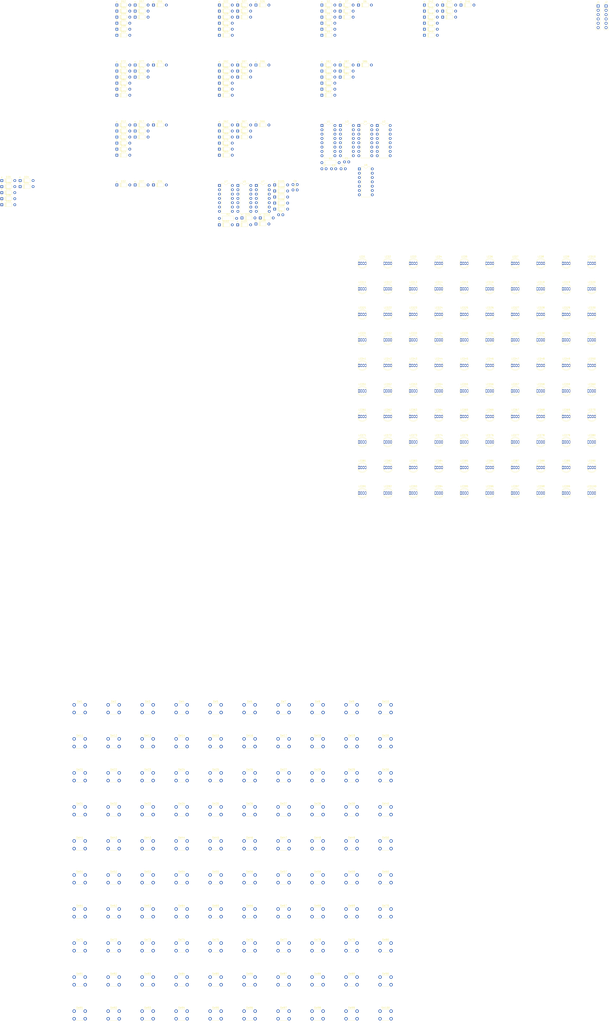
<source format=kicad_pcb>
(kicad_pcb (version 20211014) (generator pcbnew)
  (layers (0 "F.Cu" signal) (31 "B.Cu" signal) (34 "B.Paste" user) (35 "F.Paste" user) (36 "B.SilkS" user "B.Silkscreen") (37 "F.SilkS" user "F.Silkscreen") (38 "B.Mask" user) (39 "F.Mask" user) (44 "Edge.Cuts" user))
  (net 0 "")
  (net 1 "+5V")
  (net 2 "GNDREF")
  (net 3 "/UserInputs/InputMatrix1/Row0")
  (net 4 "/UserInputs/InputMatrix1/Row1")
  (net 5 "/UserInputs/InputMatrix1/Row2")
  (net 6 "/UserInputs/InputMatrix1/Row3")
  (net 7 "/UserInputs/InputMatrix1/Row4")
  (net 8 "/UserInputs/InputMatrix1/Row5")
  (net 9 "/UserInputs/InputMatrix1/Row6")
  (net 10 "/UserInputs/InputMatrix1/Row7")
  (net 11 "/UserInputs/InputMatrix1/Row8")
  (net 12 "/UserInputs/InputMatrix1/Row9")
  (net 13 "/ESP32/LED_out")
  (net 14 "/OutputMatrix1/TenLEDRow/Row_data_out")
  (net 15 "/OutputMatrix1/TenLEDRow1/Row_data_out")
  (net 16 "/OutputMatrix1/TenLEDRow2/Row_data_out")
  (net 17 "/OutputMatrix1/TenLEDRow3/Row_data_out")
  (net 18 "/OutputMatrix1/TenLEDRow4/Row_data_in")
  (net 19 "/OutputMatrix1/TenLEDRow4/Row_data_out")
  (net 20 "/OutputMatrix1/TenLEDRow5/Row_data_in")
  (net 21 "/OutputMatrix1/TenLEDRow6/Row_data_out")
  (net 22 "/OutputMatrix1/TenLEDRow8/Row_data_in")
  (net 23 "/OutputMatrix1/Data_out")
  (net 24 "/ESP32/ButtonPressedIn")
  (net 29 "/ESP32/SerialOutput")
  (net 30 "/ESP32/ShiftClock")
  (net 31 "/ESP32/RegClock")
  (net 32 "/ESP32/Clr")
  (net 39 "Net-(U2-Pad7)")
  (net 41 "/UserInputs/InputMatrix1/Col1")
  (net 42 "/UserInputs/InputMatrix1/Col2")
  (net 43 "/UserInputs/InputMatrix1/Col3")
  (net 44 "/UserInputs/InputMatrix1/Col4")
  (net 45 "/UserInputs/InputMatrix1/Col5")
  (net 46 "/UserInputs/InputMatrix1/Col6")
  (net 47 "/UserInputs/InputMatrix1/Col7")
  (net 49 "/UserInputs/InputMatrix1/Col0")
  (net 50 "/UserInputs/InputMatrix1/Col9")
  (net 58 "/UserInputs/InputMatrix1/Col8")
  (net 59 "Net-(D1-Pad2)")
  (net 60 "Net-(D2-Pad2)")
  (net 61 "Net-(D3-Pad2)")
  (net 62 "Net-(D4-Pad2)")
  (net 63 "Net-(D5-Pad2)")
  (net 64 "Net-(D6-Pad2)")
  (net 65 "Net-(D7-Pad2)")
  (net 66 "Net-(D8-Pad2)")
  (net 67 "Net-(D9-Pad2)")
  (net 68 "Net-(D10-Pad2)")
  (net 69 "Net-(D11-Pad2)")
  (net 70 "Net-(D12-Pad2)")
  (net 71 "Net-(D13-Pad2)")
  (net 72 "Net-(D14-Pad2)")
  (net 73 "Net-(D15-Pad2)")
  (net 74 "Net-(D16-Pad2)")
  (net 75 "Net-(D17-Pad2)")
  (net 76 "Net-(D18-Pad2)")
  (net 77 "Net-(D19-Pad2)")
  (net 78 "Net-(D20-Pad2)")
  (net 79 "Net-(D21-Pad2)")
  (net 80 "Net-(D22-Pad2)")
  (net 81 "Net-(D23-Pad2)")
  (net 82 "Net-(D24-Pad2)")
  (net 83 "Net-(D25-Pad2)")
  (net 84 "Net-(D26-Pad2)")
  (net 85 "Net-(D27-Pad2)")
  (net 86 "Net-(D28-Pad2)")
  (net 87 "Net-(D29-Pad2)")
  (net 88 "Net-(D30-Pad2)")
  (net 89 "Net-(D31-Pad2)")
  (net 90 "Net-(D32-Pad2)")
  (net 91 "Net-(D33-Pad2)")
  (net 92 "Net-(D34-Pad2)")
  (net 93 "Net-(D35-Pad2)")
  (net 94 "Net-(D36-Pad2)")
  (net 95 "Net-(D37-Pad2)")
  (net 96 "Net-(D38-Pad2)")
  (net 97 "Net-(D39-Pad2)")
  (net 98 "Net-(D40-Pad2)")
  (net 99 "Net-(D41-Pad2)")
  (net 100 "Net-(D42-Pad2)")
  (net 101 "Net-(D43-Pad2)")
  (net 102 "Net-(D44-Pad2)")
  (net 103 "Net-(D45-Pad2)")
  (net 104 "Net-(D46-Pad2)")
  (net 105 "Net-(D47-Pad2)")
  (net 106 "Net-(D48-Pad2)")
  (net 107 "Net-(D49-Pad2)")
  (net 108 "Net-(D50-Pad2)")
  (net 109 "Net-(D51-Pad2)")
  (net 110 "Net-(D52-Pad2)")
  (net 111 "Net-(D53-Pad2)")
  (net 112 "Net-(D54-Pad2)")
  (net 113 "Net-(D55-Pad2)")
  (net 114 "Net-(D56-Pad2)")
  (net 115 "Net-(D57-Pad2)")
  (net 116 "Net-(D58-Pad2)")
  (net 117 "Net-(D59-Pad2)")
  (net 118 "Net-(D60-Pad2)")
  (net 119 "Net-(D61-Pad2)")
  (net 120 "Net-(D62-Pad2)")
  (net 121 "Net-(D63-Pad2)")
  (net 122 "Net-(D64-Pad2)")
  (net 123 "Net-(D65-Pad2)")
  (net 124 "Net-(D66-Pad2)")
  (net 125 "Net-(D67-Pad2)")
  (net 126 "Net-(D68-Pad2)")
  (net 127 "Net-(D69-Pad2)")
  (net 128 "Net-(D70-Pad2)")
  (net 129 "Net-(D71-Pad2)")
  (net 130 "Net-(D72-Pad2)")
  (net 131 "Net-(D73-Pad2)")
  (net 132 "Net-(D74-Pad2)")
  (net 133 "Net-(D75-Pad2)")
  (net 134 "Net-(D76-Pad2)")
  (net 135 "Net-(D77-Pad2)")
  (net 136 "Net-(D78-Pad2)")
  (net 137 "Net-(D79-Pad2)")
  (net 138 "Net-(D80-Pad2)")
  (net 139 "Net-(D81-Pad2)")
  (net 140 "Net-(D82-Pad2)")
  (net 141 "Net-(D83-Pad2)")
  (net 142 "Net-(D84-Pad2)")
  (net 143 "Net-(D85-Pad2)")
  (net 144 "Net-(D86-Pad2)")
  (net 145 "Net-(D87-Pad2)")
  (net 146 "Net-(D88-Pad2)")
  (net 147 "Net-(D89-Pad2)")
  (net 148 "Net-(D90-Pad2)")
  (net 149 "Net-(D91-Pad2)")
  (net 150 "Net-(D92-Pad2)")
  (net 151 "Net-(D93-Pad2)")
  (net 152 "Net-(D94-Pad2)")
  (net 153 "Net-(D95-Pad2)")
  (net 154 "Net-(D96-Pad2)")
  (net 155 "Net-(D97-Pad2)")
  (net 156 "Net-(D98-Pad2)")
  (net 157 "Net-(D99-Pad2)")
  (net 158 "Net-(D100-Pad2)")
  (net 159 "/UserInputs/InputMatrix1/Button Row1/ColumnOut0")
  (net 160 "/UserInputs/InputMatrix1/Button Row1/ColumnOut1")
  (net 161 "/UserInputs/InputMatrix1/Button Row1/ColumnOut2")
  (net 162 "/UserInputs/InputMatrix1/Button Row1/ColumnIn3")
  (net 163 "/UserInputs/InputMatrix1/Button Row1/ColumnIn4")
  (net 164 "/UserInputs/InputMatrix1/Button Row1/ColumnIn5")
  (net 165 "/UserInputs/InputMatrix1/Button Row1/ColumnIn6")
  (net 166 "/UserInputs/InputMatrix1/Button Row1/ColumnOut7")
  (net 167 "/UserInputs/InputMatrix1/Button Row1/ColumnIn8")
  (net 168 "/UserInputs/InputMatrix1/Button Row1/ColumnIn9")
  (net 169 "Net-(D101-Pad2)")
  (net 170 "Net-(D102-Pad2)")
  (net 171 "Net-(D103-Pad2)")
  (net 172 "Net-(D104-Pad2)")
  (net 173 "Net-(D105-Pad2)")
  (net 174 "Net-(D106-Pad2)")
  (net 175 "Net-(D107-Pad2)")
  (net 176 "Net-(D108-Pad2)")
  (net 177 "Net-(D109-Pad2)")
  (net 178 "Net-(D110-Pad2)")
  (net 179 "Net-(LED1-Pad1)")
  (net 180 "Net-(LED2-Pad1)")
  (net 181 "Net-(LED3-Pad1)")
  (net 182 "Net-(LED4-Pad1)")
  (net 183 "Net-(LED5-Pad1)")
  (net 184 "Net-(LED6-Pad1)")
  (net 185 "Net-(LED7-Pad1)")
  (net 186 "Net-(LED8-Pad1)")
  (net 187 "Net-(LED10-Pad4)")
  (net 188 "Net-(LED11-Pad1)")
  (net 189 "Net-(LED12-Pad1)")
  (net 190 "Net-(LED13-Pad1)")
  (net 191 "Net-(LED14-Pad1)")
  (net 192 "Net-(LED15-Pad1)")
  (net 193 "Net-(LED16-Pad1)")
  (net 194 "Net-(LED17-Pad1)")
  (net 195 "Net-(LED18-Pad1)")
  (net 196 "Net-(LED19-Pad1)")
  (net 197 "Net-(LED21-Pad1)")
  (net 198 "Net-(LED22-Pad1)")
  (net 199 "Net-(LED23-Pad1)")
  (net 200 "Net-(LED24-Pad1)")
  (net 201 "Net-(LED25-Pad1)")
  (net 202 "Net-(LED26-Pad1)")
  (net 203 "Net-(LED27-Pad1)")
  (net 204 "Net-(LED28-Pad1)")
  (net 205 "Net-(LED29-Pad1)")
  (net 206 "Net-(LED31-Pad1)")
  (net 207 "Net-(LED32-Pad1)")
  (net 208 "Net-(LED33-Pad1)")
  (net 209 "Net-(LED34-Pad1)")
  (net 210 "Net-(LED35-Pad1)")
  (net 211 "Net-(LED36-Pad1)")
  (net 212 "Net-(LED37-Pad1)")
  (net 213 "Net-(LED38-Pad1)")
  (net 214 "Net-(LED39-Pad1)")
  (net 215 "Net-(LED41-Pad1)")
  (net 216 "Net-(LED42-Pad1)")
  (net 217 "Net-(LED43-Pad1)")
  (net 218 "Net-(LED44-Pad1)")
  (net 219 "Net-(LED45-Pad1)")
  (net 220 "Net-(LED46-Pad1)")
  (net 221 "Net-(LED47-Pad1)")
  (net 222 "Net-(LED48-Pad1)")
  (net 223 "Net-(LED49-Pad1)")
  (net 224 "Net-(LED51-Pad1)")
  (net 225 "Net-(LED52-Pad1)")
  (net 226 "Net-(LED53-Pad1)")
  (net 227 "Net-(LED54-Pad1)")
  (net 228 "Net-(LED55-Pad1)")
  (net 229 "Net-(LED56-Pad1)")
  (net 230 "Net-(LED57-Pad1)")
  (net 231 "Net-(LED58-Pad1)")
  (net 232 "Net-(LED59-Pad1)")
  (net 233 "Net-(LED61-Pad1)")
  (net 234 "Net-(LED62-Pad1)")
  (net 235 "Net-(LED63-Pad1)")
  (net 236 "Net-(LED64-Pad1)")
  (net 237 "Net-(LED65-Pad1)")
  (net 238 "Net-(LED66-Pad1)")
  (net 239 "Net-(LED67-Pad1)")
  (net 240 "Net-(LED68-Pad1)")
  (net 241 "Net-(LED69-Pad1)")
  (net 242 "Net-(LED71-Pad1)")
  (net 243 "Net-(LED72-Pad1)")
  (net 244 "Net-(LED73-Pad1)")
  (net 245 "Net-(LED74-Pad1)")
  (net 246 "Net-(LED75-Pad1)")
  (net 247 "Net-(LED76-Pad1)")
  (net 248 "Net-(LED77-Pad1)")
  (net 249 "Net-(LED78-Pad1)")
  (net 250 "Net-(LED79-Pad1)")
  (net 251 "Net-(LED81-Pad1)")
  (net 252 "Net-(LED82-Pad1)")
  (net 253 "Net-(LED83-Pad1)")
  (net 254 "Net-(LED84-Pad1)")
  (net 255 "Net-(LED85-Pad1)")
  (net 256 "Net-(LED86-Pad1)")
  (net 257 "Net-(LED87-Pad1)")
  (net 258 "Net-(LED88-Pad1)")
  (net 259 "Net-(LED89-Pad1)")
  (net 260 "Net-(LED91-Pad1)")
  (net 261 "Net-(LED92-Pad1)")
  (net 262 "Net-(LED93-Pad1)")
  (net 263 "Net-(LED94-Pad1)")
  (net 264 "Net-(LED95-Pad1)")
  (net 265 "Net-(LED96-Pad1)")
  (net 266 "Net-(LED97-Pad1)")
  (net 267 "Net-(LED98-Pad1)")
  (net 268 "Net-(LED100-Pad4)")
  (footprint "Diode_THT:D_DO-35_SOD27_P7.62mm_Horizontal" (layer "F.Cu") (at 135.88 -504.18)
    (fp_text reference "D51")
    (fp_text value "1N4148")
  )
  (footprint "LED_THT:LED_D5.0mm-4_RGB" (layer "F.Cu") (at 357.66 -254.48)
    (fp_text reference "LED77")
    (fp_text value "WS2812B")
  )
  (footprint "LED_THT:LED_D5.0mm-4_RGB" (layer "F.Cu") (at 327.66 -359.48)
    (fp_text reference "LED5")
    (fp_text value "WS2812B")
  )
  (footprint "LED_THT:LED_D5.0mm-4_RGB" (layer "F.Cu") (at 282.66 -284.48)
    (fp_text reference "LED52")
    (fp_text value "WS2812B")
  )
  (footprint "Resistor_THT:R_Axial_DIN0207_L6.3mm_D2.5mm_P10.16mm_Horizontal" (layer "F.Cu") (at 245.77 -418.65)
    (fp_text reference "R1")
    (fp_text value "1k")
  )
  (footprint "Diode_THT:D_DO-35_SOD27_P7.62mm_Horizontal" (layer "F.Cu") (at 196.21 -476.04)
    (fp_text reference "D97")
    (fp_text value "1N4148")
  )
  (footprint "LED_THT:LED_D5.0mm-4_RGB" (layer "F.Cu") (at 282.66 -239.48)
    (fp_text reference "LED82")
    (fp_text value "WS2812B")
  )
  (footprint "Diode_THT:D_DO-35_SOD27_P7.62mm_Horizontal" (layer "F.Cu") (at 245.77 -493.53)
    (fp_text reference "D3")
    (fp_text value "1N4148")
  )
  (footprint "Button_Switch_THT:SW_PUSH_6mm" (layer "F.Cu") (at 100 40)
    (fp_text reference "SW71")
    (fp_text value "SW_Push")
  )
  (footprint "Connector_PinHeader_2.54mm:PinHeader_1x06_P2.54mm_Vertical" (layer "F.Cu") (at 408.37 -510.73)
    (fp_text reference "J1")
    (fp_text value "Conn_01x06")
  )
  (footprint "Diode_THT:D_DO-35_SOD27_P7.62mm_Horizontal" (layer "F.Cu") (at 185.44 -468.94)
    (fp_text reference "D99")
    (fp_text value "1N4148")
  )
  (footprint "Diode_THT:D_DO-35_SOD27_P7.62mm_Horizontal" (layer "F.Cu") (at 256.54 -504.18)
    (fp_text reference "D1")
    (fp_text value "1N4148")
  )
  (footprint "Button_Switch_THT:SW_PUSH_6mm" (layer "F.Cu") (at 160 60)
    (fp_text reference "SW84")
    (fp_text value "SW_Push")
  )
  (footprint "Diode_THT:D_DO-35_SOD27_P7.62mm_Horizontal" (layer "F.Cu") (at 196.21 -440.8)
    (fp_text reference "D67")
    (fp_text value "1N4148")
  )
  (footprint "Button_Switch_THT:SW_PUSH_6mm" (layer "F.Cu") (at 140 40)
    (fp_text reference "SW73")
    (fp_text value "SW_Push")
  )
  (footprint "Diode_THT:D_DO-35_SOD27_P7.62mm_Horizontal" (layer "F.Cu") (at 135.88 -476.04)
    (fp_text reference "D77")
    (fp_text value "1N4148")
  )
  (footprint "LED_THT:LED_D5.0mm-4_RGB" (layer "F.Cu") (at 297.66 -239.48)
    (fp_text reference "LED83")
    (fp_text value "WS2812B")
  )
  (footprint "LED_THT:LED_D5.0mm-4_RGB" (layer "F.Cu") (at 402.66 -269.48)
    (fp_text reference "LED70")
    (fp_text value "WS2812B")
  )
  (footprint "Diode_THT:D_DO-35_SOD27_P7.62mm_Horizontal" (layer "F.Cu") (at 185.44 -437.25)
    (fp_text reference "D65")
    (fp_text value "1N4148")
  )
  (footprint "Button_Switch_THT:SW_PUSH_6mm" (layer "F.Cu") (at 240 80)
    (fp_text reference "SW98")
    (fp_text value "SW_Push")
  )
  (footprint "Button_Switch_THT:SW_PUSH_6mm" (layer "F.Cu") (at 200 0)
    (fp_text reference "SW56")
    (fp_text value "SW_Push")
  )
  (footprint "Diode_THT:D_DO-35_SOD27_P7.62mm_Horizontal" (layer "F.Cu") (at 57.42 -393.92)
    (fp_text reference "D33")
    (fp_text value "1N4148")
  )
  (footprint "LED_THT:LED_D5.0mm-4_RGB" (layer "F.Cu") (at 267.66 -299.48)
    (fp_text reference "LED41")
    (fp_text value "WS2812B")
  )
  (footprint "Diode_THT:D_DO-35_SOD27_P7.62mm_Horizontal" (layer "F.Cu") (at 185.44 -476.04)
    (fp_text reference "D92")
    (fp_text value "1N4148")
  )
  (footprint "LED_THT:LED_D5.0mm-4_RGB" (layer "F.Cu") (at 387.66 -314.48)
    (fp_text reference "LED39")
    (fp_text value "WS2812B")
  )
  (footprint "LED_THT:LED_D5.0mm-4_RGB" (layer "F.Cu") (at 372.66 -269.48)
    (fp_text reference "LED68")
    (fp_text value "WS2812B")
  )
  (footprint "Button_Switch_THT:SW_PUSH_6mm" (layer "F.Cu") (at 120 0)
    (fp_text reference "SW52")
    (fp_text value "SW_Push")
  )
  (footprint "Button_Switch_THT:SW_PUSH_6mm" (layer "F.Cu") (at 120 -60)
    (fp_text reference "SW22")
    (fp_text value "SW_Push")
  )
  (footprint "Diode_THT:D_DO-35_SOD27_P7.62mm_Horizontal" (layer "F.Cu") (at 267.31 -476.04)
    (fp_text reference "D86")
    (fp_text value "1N4148")
  )
  (footprint "LED_THT:LED_D5.0mm-4_RGB" (layer "F.Cu") (at 387.66 -299.48)
    (fp_text reference "LED49")
    (fp_text value "WS2812B")
  )
  (footprint "Diode_THT:D_DO-35_SOD27_P7.62mm_Horizontal" (layer "F.Cu") (at 185.44 -497.08)
    (fp_text reference "D28")
    (fp_text value "1N4148")
  )
  (footprint "LED_THT:LED_D5.0mm-4_RGB" (layer "F.Cu") (at 342.66 -329.48)
    (fp_text reference "LED26")
    (fp_text value "WS2812B")
  )
  (footprint "Diode_THT:D_DO-35_SOD27_P7.62mm_Horizontal" (layer "F.Cu") (at 135.88 -507.73)
    (fp_text reference "D54")
    (fp_text value "1N4148")
  )
  (footprint "LED_THT:LED_D5.0mm-4_RGB" (layer "F.Cu") (at 402.66 -254.48)
    (fp_text reference "LED80")
    (fp_text value "WS2812B")
  )
  (footprint "LED_THT:LED_D5.0mm-4_RGB" (layer "F.Cu") (at 297.66 -329.48)
    (fp_text reference "LED23")
    (fp_text value "WS2812B")
  )
  (footprint "Button_Switch_THT:SW_PUSH_6mm" (layer "F.Cu") (at 220 -80)
    (fp_text reference "SW17")
    (fp_text value "SW_Push")
  )
  (footprint "Button_Switch_THT:SW_PUSH_6mm" (layer "F.Cu") (at 200 -80)
    (fp_text reference "SW16")
    (fp_text value "SW_Push")
  )
  (footprint "Button_Switch_THT:SW_PUSH_6mm" (layer "F.Cu") (at 180 20)
    (fp_text reference "SW65")
    (fp_text value "SW_Push")
  )
  (footprint "Capacitor_THT:C_Disc_D3.0mm_W1.6mm_P2.50mm" (layer "F.Cu") (at 251.42 -415.05)
    (fp_text reference "C3")
    (fp_text value "0.1uf")
  )
  (footprint "LED_THT:LED_D5.0mm-4_RGB" (layer "F.Cu") (at 402.66 -344.48)
    (fp_text reference "LED20")
    (fp_text value "WS2812B")
  )
  (footprint "Diode_THT:D_DO-35_SOD27_P7.62mm_Horizontal" (layer "F.Cu") (at 125.11 -472.49)
    (fp_text reference "D75")
    (fp_text value "1N4148")
  )
  (footprint "LED_THT:LED_D5.0mm-4_RGB" (layer "F.Cu") (at 372.66 -299.48)
    (fp_text reference "LED48")
    (fp_text value "WS2812B")
  )
  (footprint "Button_Switch_THT:SW_PUSH_6mm" (layer "F.Cu") (at 140 80)
    (fp_text reference "SW93")
    (fp_text value "SW_Push")
  )
  (footprint "LED_THT:LED_D5.0mm-4_RGB" (layer "F.Cu") (at 372.66 -344.48)
    (fp_text reference "LED18")
    (fp_text value "WS2812B")
  )
  (footprint "Diode_THT:D_DO-35_SOD27_P7.62mm_Horizontal" (layer "F.Cu") (at 217.99 -391.36)
    (fp_text reference "D109")
    (fp_text value "1N4148")
  )
  (footprint "Diode_THT:D_DO-35_SOD27_P7.62mm_Horizontal" (layer "F.Cu") (at 217.99 -402.01)
    (fp_text reference "D103")
    (fp_text value "1N4148")
  )
  (footprint "Diode_THT:D_DO-35_SOD27_P7.62mm_Horizontal" (layer "F.Cu") (at 245.77 -500.63)
    (fp_text reference "D10")
    (fp_text value "1N4148")
  )
  (footprint "Diode_THT:D_DO-35_SOD27_P7.62mm_Horizontal" (layer "F.Cu") (at 125.11 -476.04)
    (fp_text reference "D72")
    (fp_text value "1N4148")
  )
  (footprint "LED_THT:LED_D5.0mm-4_RGB" (layer "F.Cu") (at 387.66 -344.48)
    (fp_text reference "LED19")
    (fp_text value "WS2812B")
  )
  (footprint "Diode_THT:D_DO-35_SOD27_P7.62mm_Horizontal" (layer "F.Cu") (at 306.1 -497.08)
    (fp_text reference "D48")
    (fp_text value "1N4148")
  )
  (footprint "Button_Switch_THT:SW_PUSH_6mm" (layer "F.Cu") (at 100 -60)
    (fp_text reference "SW21")
    (fp_text value "SW_Push")
  )
  (footprint "Button_Switch_THT:SW_PUSH_6mm" (layer "F.Cu") (at 280 -40)
    (fp_text reference "SW40")
    (fp_text value "SW_Push")
  )
  (footprint "LED_THT:LED_D5.0mm-4_RGB" (layer "F.Cu") (at 357.66 -329.48)
    (fp_text reference "LED27")
    (fp_text value "WS2812B")
  )
  (footprint "Button_Switch_THT:SW_PUSH_6mm" (layer "F.Cu") (at 140 -100)
    (fp_text reference "SW3")
    (fp_text value "SW_Push")
  )
  (footprint "LED_THT:LED_D5.0mm-4_RGB" (layer "F.Cu") (at 297.66 -284.48)
    (fp_text reference "LED53")
    (fp_text value "WS2812B")
  )
  (footprint "LED_THT:LED_D5.0mm-4_RGB" (layer "F.Cu") (at 297.66 -314.48)
    (fp_text reference "LED33")
    (fp_text value "WS2812B")
  )
  (footprint "LED_THT:LED_D5.0mm-4_RGB" (layer "F.Cu") (at 327.66 -329.48)
    (fp_text reference "LED25")
    (fp_text value "WS2812B")
  )
  (footprint "Diode_THT:D_DO-35_SOD27_P7.62mm_Horizontal" (layer "F.Cu") (at 206.98 -511.28)
    (fp_text reference "D26")
    (fp_text value "1N4148")
  )
  (footprint "Diode_THT:D_DO-35_SOD27_P7.62mm_Horizontal" (layer "F.Cu") (at 146.65 -405.56)
    (fp_text reference "D36")
    (fp_text value "1N4148")
  )
  (footprint "Diode_THT:D_DO-35_SOD27_P7.62mm_Horizontal" (layer "F.Cu") (at 316.87 -511.28)
    (fp_text reference "D47")
    (fp_text value "1N4148")
  )
  (footprint "Button_Switch_THT:SW_PUSH_6mm" (layer "F.Cu") (at 160 -60)
    (fp_text reference "SW24")
    (fp_text value "SW_Push")
  )
  (footprint "Button_Switch_THT:SW_PUSH_6mm" (layer "F.Cu") (at 280 -100)
    (fp_text reference "SW10")
    (fp_text value "SW_Push")
  )
  (footprint "LED_THT:LED_D5.0mm-4_RGB" (layer "F.Cu") (at 312.66 -344.48)
    (fp_text reference "LED14")
    (fp_text value "WS2812B")
  )
  (footprint "Button_Switch_THT:SW_PUSH_6mm" (layer "F.Cu") (at 220 -20)
    (fp_text reference "SW47")
    (fp_text value "SW_Push")
  )
  (footprint "Package_DIP:DIP-16_W7.62mm" (layer "F.Cu") (at 267.52 -440.5)
    (fp_text reference "U4")
    (fp_text value "74HC595")
  )
  (footprint "LED_THT:LED_D5.0mm-4_RGB" (layer "F.Cu") (at 327.66 -299.48)
    (fp_text reference "LED45")
    (fp_text value "WS2812B")
  )
  (footprint "Diode_THT:D_DO-35_SOD27_P7.62mm_Horizontal" (layer "F.Cu") (at 196.21 -507.73)
    (fp_text reference "D24")
    (fp_text value "1N4148")
  )
  (footprint "LED_THT:LED_D5.0mm-4_RGB" (layer "F.Cu") (at 312.66 -254.48)
    (fp_text reference "LED74")
    (fp_text value "WS2812B")
  )
  (footprint "Diode_THT:D_DO-35_SOD27_P7.62mm_Horizontal" (layer "F.Cu") (at 185.44 -430.15)
    (fp_text reference "D70")
    (fp_text value "1N4148")
  )
  (footprint "Button_Switch_THT:SW_PUSH_6mm" (layer "F.Cu") (at 140 0)
    (fp_text reference "SW53")
    (fp_text value "SW_Push")
  )
  (footprint "Diode_THT:D_DO-35_SOD27_P7.62mm_Horizontal" (layer "F.Cu") (at 245.77 -497.08)
    (fp_text reference "D8")
    (fp_text value "1N4148")
  )
  (footprint "LED_THT:LED_D5.0mm-4_RGB" (layer "F.Cu") (at 312.66 -359.48)
    (fp_text reference "LED4")
    (fp_text value "WS2812B")
  )
  (footprint "Button_Switch_THT:SW_PUSH_6mm" (layer "F.Cu") (at 220 -60)
    (fp_text reference "SW27")
    (fp_text value "SW_Push")
  )
  (footprint "Diode_THT:D_DO-35_SOD27_P7.62mm_Horizontal" (layer "F.Cu") (at 185.44 -465.39)
    (fp_text reference "D100")
    (fp_text value "1N4148")
  )
  (footprint "Button_Switch_THT:SW_PUSH_6mm" (layer "F.Cu") (at 100 60)
    (fp_text reference "SW81")
    (fp_text value "SW_Push")
  )
  (footprint "LED_THT:LED_D5.0mm-4_RGB" (layer "F.Cu") (at 387.66 -329.48)
    (fp_text reference "LED29")
    (fp_text value "WS2812B")
  )
  (footprint "LED_THT:LED_D5.0mm-4_RGB" (layer "F.Cu") (at 387.66 -224.48)
    (fp_text reference "LED99")
    (fp_text value "WS2812B")
  )
  (footprint "Capacitor_THT:C_Disc_D3.0mm_W1.6mm_P2.50mm" (layer "F.Cu") (at 259.08 -419.1)
    (fp_text reference "C1")
    (fp_text value "0.1uf")
  )
  (footprint "Diode_THT:D_DO-35_SOD27_P7.62mm_Horizontal" (layer "F.Cu") (at 135.88 -468.94)
    (fp_text reference "D71")
    (fp_text value "1N4148")
  )
  (footprint "LED_THT:LED_D5.0mm-4_RGB" (layer "F.Cu") (at 342.66 -239.48)
    (fp_text reference "LED86")
    (fp_text value "WS2812B")
  )
  (footprint "Button_Switch_THT:SW_PUSH_6mm" (layer "F.Cu") (at 240 0)
    (fp_text reference "SW58")
    (fp_text value "SW_Push")
  )
  (footprint "Button_Switch_THT:SW_PUSH_6mm" (layer "F.Cu") (at 240 20)
    (fp_text reference "SW68")
    (fp_text value "SW_Push")
  )
  (footprint "Button_Switch_THT:SW_PUSH_6mm" (layer "F.Cu") (at 100 -80)
    (fp_text reference "SW11")
    (fp_text value "SW_Push")
  )
  (footprint "Diode_THT:D_DO-35_SOD27_P7.62mm_Horizontal" (layer "F.Cu") (at 256.54 -472.49)
    (fp_text reference "D84")
    (fp_text value "1N4148")
  )
  (footprint "Button_Switch_THT:SW_PUSH_6mm" (layer "F.Cu") (at 100 0)
    (fp_text reference "SW51")
    (fp_text value "SW_Push")
  )
  (footprint "Diode_THT:D_DO-35_SOD27_P7.62mm_Horizontal" (layer "F.Cu") (at 185.44 -423.05)
    (fp_text reference "D63")
    (fp_text value "1N4148")
  )
  (footprint "LED_THT:LED_D5.0mm-4_RGB" (layer "F.Cu") (at 282.66 -299.48)
    (fp_text reference "LED42")
    (fp_text value "WS2812B")
  )
  (footprint "Diode_THT:D_DO-35_SOD27_P7.62mm_Horizontal" (layer "F.Cu") (at 135.88 -405.56)
    (fp_text reference "D37")
    (fp_text value "1N4148")
  )
  (footprint "LED_THT:LED_D5.0mm-4_RGB" (layer "F.Cu") (at 387.66 -359.48)
    (fp_text reference "LED9")
    (fp_text value "WS2812B")
  )
  (footprint "LED_THT:LED_D5.0mm-4_RGB" (layer "F.Cu") (at 297.66 -299.48)
    (fp_text reference "LED43")
    (fp_text value "WS2812B")
  )
  (footprint "Diode_THT:D_DO-35_SOD27_P7.62mm_Horizontal" (layer "F.Cu") (at 245.77 -476.04)
    (fp_text reference "D82")
    (fp_text value "1N4148")
  )
  (footprint "Diode_THT:D_DO-35_SOD27_P7.62mm_Horizontal" (layer "F.Cu") (at 209.52 -386.16)
    (fp_text reference "D110")
    (fp_text value "1N4148")
  )
  (footprint "Button_Switch_THT:SW_PUSH_6mm" (layer "F.Cu") (at 200 -40)
    (fp_text reference "SW36")
    (fp_text value "SW_Push")
  )
  (footprint "LED_THT:LED_D5.0mm-4_RGB" (layer "F.Cu") (at 267.66 -239.48)
    (fp_text reference "LED81")
    (fp_text value "WS2812B")
  )
  (footprint "Diode_THT:D_DO-35_SOD27_P7.62mm_Horizontal" (layer "F.Cu") (at 135.88 -472.49)
    (fp_text reference "D74")
    (fp_text value "1N4148")
  )
  (footprint "Button_Switch_THT:SW_PUSH_6mm" (layer "F.Cu") (at 100 80)
    (fp_text reference "SW91")
    (fp_text value "SW_Push")
  )
  (footprint "Diode_THT:D_DO-35_SOD27_P7.62mm_Horizontal" (layer "F.Cu") (at 245.77 -458.29)
    (fp_text reference "D83")
    (fp_text value "1N4148")
  )
  (footprint "Diode_THT:D_DO-35_SOD27_P7.62mm_Horizontal" (layer "F.Cu") (at 256.54 -507.73)
    (fp_text reference "D4")
    (fp_text value "1N4148")
  )
  (footprint "LED_THT:LED_D5.0mm-4_RGB" (layer "F.Cu") (at 267.66 -344.48)
    (fp_text reference "LED11")
    (fp_text value "WS2812B")
  )
  (footprint "Button_Switch_THT:SW_PUSH_6mm" (layer "F.Cu") (at 200 -100)
    (fp_text reference "SW6")
    (fp_text value "SW_Push")
  )
  (footprint "Button_Switch_THT:SW_PUSH_6mm" (layer "F.Cu") (at 120 -100)
    (fp_text reference "SW2")
    (fp_text value "SW_Push")
  )
  (footprint "Button_Switch_THT:SW_PUSH_6mm" (layer "F.Cu") (at 240 -80)
    (fp_text reference "SW18")
    (fp_text value "SW_Push")
  )
  (footprint "Button_Switch_THT:SW_PUSH_6mm" (layer "F.Cu") (at 260 -100)
    (fp_text reference "SW9")
    (fp_text value "SW_Push")
  )
  (footprint "Package_DIP:DIP-14_W7.62mm" (layer "F.Cu") (at 207.19 -405.26)
    (fp_text reference "U7")
    (fp_text value "74LS08")
  )
  (footprint "Diode_THT:D_DO-35_SOD27_P7.62mm_Horizontal" (layer "F.Cu") (at 196.21 -437.25)
    (fp_text reference "D64")
    (fp_text value "1N4148")
  )
  (footprint "Diode_THT:D_DO-35_SOD27_P7.62mm_Horizontal" (layer "F.Cu") (at 125.11 -430.15)
    (fp_text reference "D20")
    (fp_text value "1N4148")
  )
  (footprint "Diode_THT:D_DO-35_SOD27_P7.62mm_Horizontal" (layer "F.Cu") (at 245.77 -465.39)
    (fp_text reference "D90")
    (fp_text value "1N4148")
  )
  (footprint "Button_Switch_THT:SW_PUSH_6mm" (layer "F.Cu") (at 240 -100)
    (fp_text reference "SW8")
    (fp_text value "SW_Push")
  )
  (footprint "LED_THT:LED_D5.0mm-4_RGB" (layer "F.Cu") (at 282.66 -254.48)
    (fp_text reference "LED72")
    (fp_text value "WS2812B")
  )
  (footprint "Diode_THT:D_DO-35_SOD27_P7.62mm_Horizontal" (layer "F.Cu") (at 185.44 -472.49)
    (fp_text reference "D95")
    (fp_text value "1N4148")
  )
  (footprint "Button_Switch_THT:SW_PUSH_6mm" (layer "F.Cu") (at 260 60)
    (fp_text reference "SW89")
    (fp_text value "SW_Push")
  )
  (footprint "LED_THT:LED_D5.0mm-4_RGB" (layer "F.Cu") (at 402.66 -284.48)
    (fp_text reference "LED60")
    (fp_text value "WS2812B")
  )
  (footprint "LED_THT:LED_D5.0mm-4_RGB" (layer "F.Cu") (at 402.66 -359.48)
    (fp_text reference "LED10")
    (fp_text value "WS2812B")
  )
  (footprint "Package_DIP:DIP-14_W7.62mm" (layer "F.Cu") (at 185.49 -405.26)
    (fp_text reference "U7")
    (fp_text value "74LS08")
  )
  (footprint "Button_Switch_THT:SW_PUSH_6mm" (layer "F.Cu") (at 120 20)
    (fp_text reference "SW62")
    (fp_text value "SW_Push")
  )
  (footprint "LED_THT:LED_D5.0mm-4_RGB" (layer "F.Cu") (at 327.66 -239.48)
    (fp_text reference "LED85")
    (fp_text value "WS2812B")
  )
  (footprint "Button_Switch_THT:SW_PUSH_6mm" (layer "F.Cu") (at 220 -100)
    (fp_text reference "SW7")
    (fp_text value "SW_Push")
  )
  (footprint "Button_Switch_THT:SW_PUSH_6mm" (layer "F.Cu") (at 140 -20)
    (fp_text reference "SW43")
    (fp_text value "SW_Push")
  )
  (footprint "LED_THT:LED_D5.0mm-4_RGB" (layer "F.Cu") (at 267.66 -254.48)
    (fp_text reference "LED71")
    (fp_text value "WS2812B")
  )
  (footprint "Button_Switch_THT:SW_PUSH_6mm" (layer "F.Cu") (at 260 0)
    (fp_text reference "SW59")
    (fp_text value "SW_Push")
  )
  (footprint "LED_THT:LED_D5.0mm-4_RGB" (layer "F.Cu") (at 357.66 -314.48)
    (fp_text reference "LED37")
    (fp_text value "WS2812B")
  )
  (footprint "Diode_THT:D_DO-35_SOD27_P7.62mm_Horizontal" (layer "F.Cu") (at 267.31 -511.28)
    (fp_text reference "D6")
    (fp_text value "1N4148")
  )
  (footprint "LED_THT:LED_D5.0mm-4_RGB" (layer "F.Cu") (at 312.66 -224.48)
    (fp_text reference "LED94")
    (fp_text value "WS2812B")
  )
  (footprint "Diode_THT:D_DO-35_SOD27_P7.62mm_Horizontal" (layer "F.Cu") (at 146.65 -440.8)
    (fp_text reference "D16")
    (fp_text value "1N4148")
  )
  (footprint "Button_Switch_THT:SW_PUSH_6mm" (layer "F.Cu") (at 160 -80)
    (fp_text reference "SW14")
    (fp_text value "SW_Push")
  )
  (footprint "LED_THT:LED_D5.0mm-4_RGB" (layer "F.Cu") (at 372.66 -329.48)
    (fp_text reference "LED28")
    (fp_text value "WS2812B")
  )
  (footprint "Button_Switch_THT:SW_PUSH_6mm" (layer "F.Cu") (at 120 -20)
    (fp_text reference "SW42")
    (fp_text value "SW_Push")
  )
  (footprint "Button_Switch_THT:SW_PUSH_6mm" (layer "F.Cu") (at 180 -60)
    (fp_text reference "SW25")
    (fp_text value "SW_Push")
  )
  (footprint "LED_THT:LED_D5.0mm-4_RGB" (layer "F.Cu") (at 267.66 -269.48)
    (fp_text reference "LED61")
    (fp_text value "WS2812B")
  )
  (footprint "Button_Switch_THT:SW_PUSH_6mm" (layer "F.Cu") (at 240 40)
    (fp_text reference "SW78")
    (fp_text value "SW_Push")
  )
  (footprint "Diode_THT:D_DO-35_SOD27_P7.62mm_Horizontal" (layer "F.Cu") (at 185.44 -511.28)
    (fp_text reference "D22")
    (fp_text value "1N4148")
  )
  (footprint "Button_Switch_THT:SW_PUSH_6mm" (layer "F.Cu") (at 220 -40)
    (fp_text reference "SW37")
    (fp_text value "SW_Push")
  )
  (footprint "LED_THT:LED_D5.0mm-4_RGB" (layer "F.Cu") (at 312.66 -314.48)
    (fp_text reference "LED34")
    (fp_text value "WS2812B")
  )
  (footprint "Diode_THT:D_DO-35_SOD27_P7.62mm_Horizontal" (layer "F.Cu") (at 185.44 -458.29)
    (fp_text reference "D93")
    (fp_text value "1N4148")
  )
  (footprint "Button_Switch_THT:SW_PUSH_6mm" (layer "F.Cu") (at 260 -80)
    (fp_text reference "SW19")
    (fp_text value "SW_Push")
  )
  (footprint "Package_DIP:DIP-16_W7.62mm" (layer "F.Cu") (at 256.67 -440.5)
    (fp_text reference "U3")
    (fp_text value "74HC595")
  )
  (footprint "LED_THT:LED_D5.0mm-4_RGB" (layer "F.Cu") (at 267.66 -224.48)
    (fp_text reference "LED91")
    (fp_text value "WS2812B")
  )
  (footprint "LED_THT:LED_D5.0mm-4_RGB" (layer "F.Cu") (at 387.66 -254.48)
    (fp_text reference "LED79")
    (fp_text value "WS2812B")
  )
  (footprint "LED_THT:LED_D5.0mm-4_RGB" (layer "F.Cu") (at 372.66 -359.48)
    (fp_text reference "LED8")
    (fp_text value "WS2812B")
  )
  (footprint "Button_Switch_THT:SW_PUSH_6mm" (layer "F.Cu") (at 240 -20)
    (fp_text reference "SW48")
    (fp_text value "SW_Push")
  )
  (footprint "Diode_THT:D_DO-35_SOD27_P7.62mm_Horizontal" (layer "F.Cu") (at 306.1 -504.18)
    (fp_text reference "D49")
    (fp_text value "1N4148")
  )
  (footprint "LED_THT:LED_D5.0mm-4_RGB" (layer "F.Cu") (at 402.66 -329.48)
    (fp_text reference "LED30")
    (fp_text value "WS2812B")
  )
  (footprint "LED_THT:LED_D5.0mm-4_RGB" (layer "F.Cu") (at 327.66 -314.48)
    (fp_text reference "LED35")
    (fp_text value "WS2812B")
  )
  (footprint "LED_THT:LED_D5.0mm-4_RGB" (layer "F.Cu") (at 297.66 -344.48)
    (fp_text reference "LED13")
    (fp_text value "WS2812B")
  )
  (footprint "Button_Switch_THT:SW_PUSH_6mm" (layer "F.Cu") (at 180 -80)
    (fp_text reference "SW15")
    (fp_text value "SW_Push")
  )
  (footprint "Button_Switch_THT:SW_PUSH_6mm" (layer "F.Cu") (at 120 60)
    (fp_text reference "SW82")
    (fp_text value "SW_Push")
  )
  (footprint "Capacitor_THT:C_Disc_D3.0mm_W1.6mm_P2.50mm" (layer "F.Cu") (at 220.29 -388.01)
    (fp_text reference "C5")
    (fp_text value "0.1uf")
  )
  (footprint "Button_Switch_THT:SW_PUSH_6mm" (layer "F.Cu") (at 260 -20)
    (fp_text reference "SW49")
    (fp_text value "SW_Push")
  )
  (footprint "Button_Switch_THT:SW_PUSH_6mm" (layer "F.Cu") (at 180 -40)
    (fp_text reference "SW35")
    (fp_text value "SW_Push")
  )
  (footprint "Diode_THT:D_DO-35_SOD27_P7.62mm_Horizontal" (layer "F.Cu") (at 185.44 -440.8)
    (fp_text reference "D62")
    (fp_text value "1N4148")
  )
  (footprint "Button_Switch_THT:SW_PUSH_6mm" (layer "F.Cu") (at 280 20)
    (fp_text reference "SW70")
    (fp_text value "SW_Push")
  )
  (footprint "Button_Switch_THT:SW_PUSH_6mm" (layer "F.Cu") (at 240 -60)
    (fp_text reference "SW28")
    (fp_text value "SW_Push")
  )
  (footprint "Package_DIP:DIP-16_W7.62mm" (layer "F.Cu") (at 245.82 -440.5)
    (fp_text reference "U1")
    (fp_text value "74HC595")
  )
  (footprint "Button_Switch_THT:SW_PUSH_6mm" (layer "F.Cu") (at 120 -40)
    (fp_text reference "SW32")
    (fp_text value "SW_Push")
  )
  (footprint "Button_Switch_THT:SW_PUSH_6mm" (layer "F.Cu") (at 280 0)
    (fp_text reference "SW60")
    (fp_text value "SW_Push")
  )
  (footprint "Diode_THT:D_DO-35_SOD27_P7.62mm_Horizontal" (layer "F.Cu") (at 68.19 -408.12)
    (fp_text reference "D34")
    (fp_text value "1N4148")
  )
  (footprint "Diode_THT:D_DO-35_SOD27_P7.62mm_Horizontal" (layer "F.Cu") (at 316.87 -504.18)
    (fp_text reference "D41")
    (fp_text value "1N4148")
  )
  (footprint "LED_THT:LED_D5.0mm-4_RGB" (layer "F.Cu") (at 357.66 -284.48)
    (fp_text reference "LED57")
    (fp_text value "WS2812B")
  )
  (footprint "LED_THT:LED_D5.0mm-4_RGB" (layer "F.Cu") (at 267.66 -314.48)
    (fp_text reference "LED31")
    (fp_text value "WS2812B")
  )
  (footprint "Button_Switch_THT:SW_PUSH_6mm" (layer "F.Cu") (at 180 0)
    (fp_text reference "SW55")
    (fp_text value "SW_Push")
  )
  (footprint "Button_Switch_THT:SW_PUSH_6mm" (layer "F.Cu") (at 160 80)
    (fp_text reference "SW94")
    (fp_text value "SW_Push")
  )
  (footprint "Button_Switch_THT:SW_PUSH_6mm" (layer "F.Cu") (at 260 -40)
    (fp_text reference "SW39")
    (fp_text value "SW_Push")
  )
  (footprint "Button_Switch_THT:SW_PUSH_6mm" (layer "F.Cu") (at 200 -20)
    (fp_text reference "SW46")
    (fp_text value "SW_Push")
  )
  (footprint "Diode_THT:D_DO-35_SOD27_P7.62mm_Horizontal" (layer "F.Cu") (at 306.1 -500.63)
    (fp_text reference "D50")
    (fp_text value "1N4148")
  )
  (footprint "LED_THT:LED_D5.0mm-4_RGB" (layer "F.Cu") (at 402.66 -239.48)
    (fp_text reference "LED90")
    (fp_text value "WS2812B")
  )
  (footprint "Diode_THT:D_DO-35_SOD27_P7.62mm_Horizontal" (layer "F.Cu") (at 245.77 -468.94)
    (fp_text reference "D89")
    (fp_text value "1N4148")
  )
  (footprint "Button_Switch_THT:SW_PUSH_6mm" (layer "F.Cu") (at 180 -100)
    (fp_text reference "SW5")
    (fp_text value "SW_Push")
  )
  (footprint "Button_Switch_THT:SW_PUSH_6mm" (layer "F.Cu") (at 200 80)
    (fp_text reference "SW96")
    (fp_text value "SW_Push")
  )
  (footprint "Button_Switch_THT:SW_PUSH_6mm" (layer "F.Cu") (at 280 -80)
    (fp_text reference "SW20")
    (fp_text value "SW_Push")
  )
  (footprint "Button_Switch_THT:SW_PUSH_6mm" (layer "F.Cu") (at 120 80)
    (fp_text reference "SW92")
    (fp_text value "SW_Push")
  )
  (footprint "LED_THT:LED_D5.0mm-4_RGB" (layer "F.Cu") (at 372.66 -239.48)
    (fp_text reference "LED88")
    (fp_text value "WS2812B")
  )
  (footprint "Diode_THT:D_DO-35_SOD27_P7.62mm_Horizontal" (layer "F.Cu") (at 185.44 -426.6)
    (fp_text reference "D68")
    (fp_text value "1N4148")
  )
  (footprint "Button_Switch_THT:SW_PUSH_6mm" (layer "F.Cu") (at 220 20)
    (fp_text reference "SW67")
    (fp_text value "SW_Push")
  )
  (footprint "LED_THT:LED_D5.0mm-4_RGB" (layer "F.Cu") (at 402.66 -224.48)
    (fp_text reference "LED100")
    (fp_text value "WS2812B")
  )
  (footprint "LED_THT:LED_D5.0mm-4_RGB" (layer "F.Cu") (at 282.66 -269.48)
    (fp_text reference "LED62")
    (fp_text value "WS2812B")
  )
  (footprint "LED_THT:LED_D5.0mm-4_RGB" (layer "F.Cu") (at 402.66 -299.48)
    (fp_text reference "LED50")
    (fp_text value "WS2812B")
  )
  (footprint "Button_Switch_THT:SW_PUSH_6mm" (layer "F.Cu") (at 280 60)
    (fp_text reference "SW90")
    (fp_text value "SW_Push")
  )
  (footprint "LED_THT:LED_D5.0mm-4_RGB" (layer "F.Cu") (at 342.66 -224.48)
    (fp_text reference "LED96")
    (fp_text value "WS2812B")
  )
  (footprint "Diode_THT:D_DO-35_SOD27_P7.62mm_Horizontal" (layer "F.Cu") (at 125.11 -511.28)
    (fp_text reference "D52")
    (fp_text value "1N4148")
  )
  (footprint "LED_THT:LED_D5.0mm-4_RGB" (layer "F.Cu") (at 372.66 -224.48)
    (fp_text reference "LED98")
    (fp_text value "WS2812B")
  )
  (footprint "Diode_THT:D_DO-35_SOD27_P7.62mm_Horizontal" (layer "F.Cu") (at 206.98 -476.04)
    (fp_text reference "D96")
    (fp_text value "1N4148")
  )
  (footprint "LED_THT:LED_D5.0mm-4_RGB" (layer "F.Cu") (at 312.66 -269.48)
    (fp_text reference "LED64")
    (fp_text value "WS2812B")
  )
  (footprint "LED_THT:LED_D5.0mm-4_RGB" (layer "F.Cu") (at 342.66 -284.48)
    (fp_text reference "LED56")
    (fp_text value "WS2812B")
  )
  (footprint "LED_THT:LED_D5.0mm-4_RGB" (layer "F.Cu") (at 297.66 -224.48)
    (fp_text reference "LED93")
    (fp_text value "WS2812B")
  )
  (footprint "Button_Switch_THT:SW_PUSH_6mm" (layer "F.Cu") (at 280 80)
    (fp_text reference "SW100")
    (fp_text value "SW_Push")
  )
  (footprint "Button_Switch_THT:SW_PUSH_6mm" (layer "F.Cu") (at 200 40)
    (fp_text reference "SW76")
    (fp_text value "SW_Push")
  )
  (footprint "LED_THT:LED_D5.0mm-4_RGB" (layer "F.Cu") (at 327.66 -344.48)
    (fp_text reference "LED15")
    (fp_text value "WS2812B")
  )
  (footprint "LED_THT:LED_D5.0mm-4_RGB" (layer "F.Cu") (at 282.66 -359.48)
    (fp_text reference "LED2")
    (fp_text value "WS2812B")
  )
  (footprint "Button_Switch_THT:SW_PUSH_6mm" (layer "F.Cu") (at 180 60)
    (fp_text reference "SW85")
    (fp_text value "SW_Push")
  )
  (footprint "Diode_THT:D_DO-35_SOD27_P7.62mm_Horizontal" (layer "F.Cu") (at 125.11 -507.73)
    (fp_text reference "D55")
    (fp_text value "1N4148")
  )
  (footprint "Button_Switch_THT:SW_PUSH_6mm" (layer "F.Cu") (at 140 -60)
    (fp_text reference "SW23")
    (fp_text value "SW_Push")
  )
  (footprint "LED_THT:LED_D5.0mm-4_RGB" (layer "F.Cu") (at 342.66 -299.48)
    (fp_text reference "LED46")
    (fp_text value "WS2812B")
  )
  (footprint "Diode_THT:D_DO-35_SOD27_P7.62mm_Horizontal" (layer "F.Cu") (at 185.44 -493.53)
    (fp_text reference "D23")
    (fp_text value "1N4148")
  )
  (footprint "Diode_THT:D_DO-35_SOD27_P7.62mm_Horizontal" (layer "F.Cu") (at 306.1 -511.28)
    (fp_text reference "D42")
    (fp_text value "1N4148")
  )
  (footprint "Capacitor_THT:C_Disc_D3.0mm_W1.6mm_P2.50mm" (layer "F.Cu") (at 228.76 -405.76)
    (fp_text reference "C6")
    (fp_text value "0.1uf")
  )
  (footprint "LED_THT:LED_D5.0mm-4_RGB" (layer "F.Cu") (at 282.66 -224.48)
    (fp_text reference "LED92")
    (fp_text value "WS2812B")
  )
  (footprint "LED_THT:LED_D5.0mm-4_RGB" (layer "F.Cu") (at 357.66 -224.48)
    (fp_text reference "LED97")
    (fp_text value "WS2812B")
  )
  (footprint "Diode_THT:D_DO-35_SOD27_P7.62mm_Horizontal" (layer "F.Cu") (at 125.11 -497.08)
    (fp_text reference "D58")
    (fp_text value "1N4148")
  )
  (footprint "LED_THT:LED_D5.0mm-4_RGB" (layer "F.Cu") (at 357.66 -299.48)
    (fp_text reference "LED47")
    (fp_text value "WS2812B")
  )
  (footprint "LED_THT:LED_D5.0mm-4_RGB" (layer "F.Cu") (at 297.66 -269.48)
    (fp_text reference "LED63")
    (fp_text value "WS2812B")
  )
  (footprint "Diode_THT:D_DO-35_SOD27_P7.62mm_Horizontal" (layer "F.Cu") (at 135.88 -440.8)
    (fp_text reference "D17")
    (fp_text value "1N4148")
  )
  (footprint "Diode_THT:D_DO-35_SOD27_P7.62mm_Horizontal" (layer "F.Cu") (at 125.11 -500.63)
    (fp_text reference "D60")
    (fp_text value "1N4148")
  )
  (footprint "Button_Switch_THT:SW_PUSH_6mm" (layer "F.Cu") (at 100 20)
    (fp_text reference "SW61")
    (fp_text value "SW_Push")
  )
  (footprint "Connector_PinHeader_2.54mm:PinHeader_1x06_P2.54mm_Vertical" (layer "F.Cu") (at 413.02 -510.73)
    (fp_text reference "J2")
    (fp_text value "Conn_01x06")
  )
  (footprint "LED_THT:LED_D5.0mm-4_RGB" (layer "F.Cu") (at 342.66 -254.48)
    (fp_text reference "LED76")
    (fp_text value "WS2812B")
  )
  (footprint "Button_Switch_THT:SW_PUSH_6mm" (layer "F.Cu") (at 160 -100)
    (fp_text reference "SW4")
    (fp_text value "SW_Push")
  )
  (footprint "Diode_THT:D_DO-35_SOD27_P7.62mm_Horizontal" (layer "F.Cu") (at 196.21 -433.7)
    (fp_text reference "D61")
    (fp_text value "1N4148")
  )
  (footprint "Diode_THT:D_DO-35_SOD27_P7.62mm_Horizontal" (layer "F.Cu") (at 135.88 -437.25)
    (fp_text reference "D14")
    (fp_text value "1N4148")
  )
  (footprint "Button_Switch_THT:SW_PUSH_6mm" (layer "F.Cu") (at 260 20)
    (fp_text reference "SW69")
    (fp_text value "SW_Push")
  )
  (footprint "Diode_THT:D_DO-35_SOD27_P7.62mm_Horizontal" (layer "F.Cu") (at 125.11 -458.29)
    (fp_text reference "D73")
    (fp_text value "1N4148")
  )
  (footprint "LED_THT:LED_D5.0mm-4_RGB" (layer "F.Cu") (at 327.66 -224.48)
    (fp_text reference "LED95")
    (fp_text value "WS2812B")
  )
  (footprint "Diode_THT:D_DO-35_SOD27_P7.62mm_Horizontal" (layer "F.Cu") (at 245.77 -472.49)
    (fp_text reference "D85")
    (fp_text value "1N4148")
  )
  (footprint "Diode_THT:D_DO-35_SOD27_P7.62mm_Horizontal" (layer "F.Cu") (at 185.44 -433.7)
    (fp_text reference "D69")
    (fp_text value "1N4148")
  )
  (footprint "LED_THT:LED_D5.0mm-4_RGB" (layer "F.Cu") (at 342.66 -269.48)
    (fp_text reference "LED66")
    (fp_text value "WS2812B")
  )
  (footprint "Button_Switch_THT:SW_PUSH_6mm" (layer "F.Cu") (at 140 20)
    (fp_text reference "SW63")
    (fp_text value "SW_Push")
  )
  (footprint "Button_Switch_THT:SW_PUSH_6mm" (layer "F.Cu") (at 280 -20)
    (fp_text reference "SW50")
    (fp_text value "SW_Push")
  )
  (footprint "Button_Switch_THT:SW_PUSH_6mm" (layer "F.Cu") (at 140 -80)
    (fp_text reference "SW13")
    (fp_text value "SW_Push")
  )
  (footprint "Capacitor_THT:C_Disc_D3.0mm_W1.6mm_P2.50mm" (layer "F.Cu") (at 257.07 -415.05)
    (fp_text reference "C4")
    (fp_text value "0.1uf")
  )
  (footprint "LED_THT:LED_D5.0mm-4_RGB" (layer "F.Cu") (at 402.66 -314.48)
    (fp_text reference "LED40")
    (fp_text value "WS2812B")
  )
  (footprint "Button_Switch_THT:SW_PUSH_6mm" (layer "F.Cu") (at 200 60)
    (fp_text reference "SW86")
    (fp_text value "SW_Push")
  )
  (footprint "Button_Switch_THT:SW_PUSH_6mm" (layer "F.Cu") (at 280 -60)
    (fp_text reference "SW30")
    (fp_text value "SW_Push")
  )
  (footprint "Diode_THT:D_DO-35_SOD27_P7.62mm_Horizontal" (layer "F.Cu") (at 198.75 -386.16)
    (fp_text reference "D107")
    (fp_text value "1N4148")
  )
  (footprint "LED_THT:LED_D5.0mm-4_RGB" (layer "F.Cu") (at 312.66 -284.48)
    (fp_text reference "LED54")
    (fp_text value "WS2812B")
  )
  (footprint "Diode_THT:D_DO-35_SOD27_P7.62mm_Horizontal" (layer "F.Cu") (at 245.77 -511.28)
    (fp_text reference "D2")
    (fp_text value "1N4148")
  )
  (footprint "Diode_THT:D_DO-35_SOD27_P7.62mm_Horizontal" (layer "F.Cu") (at 245.77 -507.73)
    (fp_text reference "D5")
    (fp_text value "1N4148")
  )
  (footprint "Resistor_THT:R_Axial_DIN0207_L6.3mm_D2.5mm_P10.16mm_Horizontal" (layer "F.Cu") (at 185.44 -385.91)
    (fp_text reference "R2")
    (fp_text value "1k")
  )
  (footprint "LED_THT:LED_D5.0mm-4_RGB" (layer "F.Cu") (at 327.66 -254.48)
    (fp_text reference "LED75")
    (fp_text value "WS2812B")
  )
  (footprint "LED_THT:LED_D5.0mm-4_RGB" (layer "F.Cu") (at 267.66 -359.48)
    (fp_text reference "LED1")
    (fp_text value "WS2812B")
  )
  (footprint "Diode_THT:D_DO-35_SOD27_P7.62mm_Horizontal" (layer "F.Cu") (at 196.21 -504.18)
    (fp_text reference "D21")
    (fp_text value "1N4148")
  )
  (footprint "Diode_THT:D_DO-35_SOD27_P7.62mm_Horizontal" (layer "F.Cu") (at 125.11 -465.39)
    (fp_text reference "D80")
    (fp_text value "1N4148")
  )
  (footprint "LED_THT:LED_D5.0mm-4_RGB" (layer "F.Cu") (at 312.66 -329.48)
    (fp_text reference "LED24")
    (fp_text value "WS2812B")
  )
  (footprint "Button_Switch_THT:SW_PUSH_6mm" (layer "F.Cu") (at 220 0)
    (fp_text reference "SW57")
    (fp_text value "SW_Push")
  )
  (footprint "Button_Switch_THT:SW_PUSH_6mm" (layer "F.Cu") (at 120 -80)
    (fp_text reference "SW12")
    (fp_text value "SW_Push")
  )
  (footprint "Diode_THT:D_DO-35_SOD27_P7.62mm_Horizontal" (layer "F.Cu") (at 327.64 -511.28)
    (fp_text reference "D46")
    (fp_text value "1N4148")
  )
  (footprint "Button_Switch_THT:SW_PUSH_6mm" (layer "F.Cu") (at 120 40)
    (fp_text reference "SW72")
    (fp_text value "SW_Push")
  )
  (footprint "LED_THT:LED_D5.0mm-4_RGB" (layer "F.Cu") (at 342.66 -314.48)
    (fp_text reference "LED36")
    (fp_text value "WS2812B")
  )
  (footprint "Package_DIP:DIP-14_W7.62mm" (layer "F.Cu") (at 196.34 -405.26)
    (fp_text reference "U5")
    (fp_text value "74LS08")
  )
  (footprint "LED_THT:LED_D5.0mm-4_RGB" (layer "F.Cu") (at 387.66 -269.48)
    (fp_text reference "LED69")
    (fp_text value "WS2812B")
  )
  (footprint "Button_Switch_THT:SW_PUSH_6mm" (layer "F.Cu") (at 240 -40)
    (fp_text reference "SW38")
    (fp_text value "SW_Push")
  )
  (footprint "Button_Switch_THT:SW_PUSH_6mm" (layer "F.Cu") (at 160 -40)
    (fp_text reference "SW34")
    (fp_text value "SW_Push")
  )
  (footprint "Diode_THT:D_DO-35_SOD27_P7.62mm_Horizontal" (layer "F.Cu") (at 57.42 -408.12)
    (fp_text reference "D35")
    (fp_text value "1N4148")
  )
  (footprint "LED_THT:LED_D5.0mm-4_RGB" (layer "F.Cu") (at 267.66 -329.48)
    (fp_text reference "LED21")
    (fp_text value "WS2812B")
  )
  (footprint "Button_Switch_THT:SW_PUSH_6mm" (layer "F.Cu") (at 100 -40)
    (fp_text reference "SW31")
    (fp_text value "SW_Push")
  )
  (footprint "Diode_THT:D_DO-35_SOD27_P7.62mm_Horizontal" (layer "F.Cu") (at 146.65 -511.28)
    (fp_text reference "D56")
    (fp_text value "1N4148")
  )
  (footprint "Diode_THT:D_DO-35_SOD27_P7.62mm_Horizontal" (layer "F.Cu") (at 306.1 -507.73)
    (fp_text reference "D45")
    (fp_text value "1N4148")
  )
  (footprint "Diode_THT:D_DO-35_SOD27_P7.62mm_Horizontal" (layer "F.Cu") (at 68.19 -404.57)
    (fp_text reference "D31")
    (fp_text value "1N4148")
  )
  (footprint "Button_Switch_THT:SW_PUSH_6mm" (layer "F.Cu") (at 220 40)
    (fp_text reference "SW77")
    (fp_text value "SW_Push")
  )
  (footprint "Button_Switch_THT:SW_PUSH_6mm" (layer "F.Cu") (at 100 -20)
    (fp_text reference "SW41")
    (fp_text value "SW_Push")
  )
  (footprint "LED_THT:LED_D5.0mm-4_RGB" (layer "F.Cu") (at 357.66 -359.48)
    (fp_text reference "LED7")
    (fp_text value "WS2812B")
  )
  (footprint "LED_THT:LED_D5.0mm-4_RGB" (layer "F.Cu") (at 282.66 -344.48)
    (fp_text reference "LED12")
    (fp_text value "WS2812B")
  )
  (footprint "Diode_THT:D_DO-35_SOD27_P7.62mm_Horizontal" (layer "F.Cu") (at 57.42 -397.47)
    (fp_text reference "D38")
    (fp_text value "1N4148")
  )
  (footprint "Button_Switch_THT:SW_PUSH_6mm" (layer "F.Cu") (at 260 80)
    (fp_text reference "SW99")
    (fp_text value "SW_Push")
  )
  (footprint "Capacitor_THT:C_Disc_D3.0mm_W1.6mm_P2.50mm" (layer "F.Cu") (at 228.76 -402.61)
    (fp_text reference "C7")
    (fp_text value "0.1uf")
  )
  (footprint "Diode_THT:D_DO-35_SOD27_P7.62mm_Horizontal" (layer "F.Cu") (at 135.88 -511.28)
    (fp_text reference "D57")
    (fp_text value "1N4148")
  )
  (footprint "LED_THT:LED_D5.0mm-4_RGB" (layer "F.Cu") (at 372.66 -314.48)
    (fp_text reference "LED38")
    (fp_text value "WS2812B")
  )
  (footprint "Diode_THT:D_DO-35_SOD27_P7.62mm_Horizontal" (layer "F.Cu") (at 185.44 -507.73)
    (fp_text reference "D25")
    (fp_text value "1N4148")
  )
  (footprint "Button_Switch_THT:SW_PUSH_6mm" (layer "F.Cu") (at 240 60)
    (fp_text reference "SW88")
    (fp_text value "SW_Push")
  )
  (footprint "Diode_THT:D_DO-35_SOD27_P7.62mm_Horizontal" (layer "F.Cu") (at 256.54 -511.28)
    (fp_text reference "D7")
    (fp_text value "1N4148")
  )
  (footprint "Diode_THT:D_DO-35_SOD27_P7.62mm_Horizontal" (layer "F.Cu") (at 57.42 -401.02)
    (fp_text reference "D40")
    (fp_text value "1N4148")
  )
  (footprint "Diode_THT:D_DO-35_SOD27_P7.62mm_Horizontal" (layer "F.Cu") (at 306.1 -493.53)
    (fp_text reference "D43")
    (fp_text value "1N4148")
  )
  (footprint "Button_Switch_THT:SW_PUSH_6mm" (layer "F.Cu") (at 180 80)
    (fp_text reference "SW95")
    (fp_text value "SW_Push")
  )
  (footprint "Diode_THT:D_DO-35_SOD27_P7.62mm_Horizontal" (layer "F.Cu") (at 196.21 -382.11)
    (fp_text reference "D104")
    (fp_text value "1N4148")
  )
  (footprint "Button_Switch_THT:SW_PUSH_6mm" (layer "F.Cu") (at 260 -60)
    (fp_text reference "SW29")
    (fp_text value "SW_Push")
  )
  (footprint "LED_THT:LED_D5.0mm-4_RGB" (layer "F.Cu") (at 342.66 -359.48)
    (fp_text reference "LED6")
    (fp_text value "WS2812B")
  )
  (footprint "Diode_THT:D_DO-35_SOD27_P7.62mm_Horizontal" (layer "F.Cu") (at 135.88 -433.7)
    (fp_text reference "D11")
    (fp_text value "1N4148")
  )
  (footprint "Diode_THT:D_DO-35_SOD27_P7.62mm_Horizontal" (layer "F.Cu") (at 125.11 -437.25)
    (fp_text reference "D15")
    (fp_text value "1N4148")
  )
  (footprint "Diode_THT:D_DO-35_SOD27_P7.62mm_Horizontal" (layer "F.Cu") (at 206.98 -382.61)
    (fp_text reference "D108")
    (fp_text value "1N4148")
  )
  (footprint "LED_THT:LED_D5.0mm-4_RGB" (layer "F.Cu") (at 267.66 -284.48)
    (fp_text reference "LED51")
    (fp_text value "WS2812B")
  )
  (footprint "Button_Switch_THT:SW_PUSH_6mm" (layer "F.Cu") (at 140 60)
    (fp_text reference "SW83")
    (fp_text value "SW_Push")
  )
  (footprint "LED_THT:LED_D5.0mm-4_RGB" (layer "F.Cu") (at 297.66 -254.48)
    (fp_text reference "LED73")
    (fp_text value "WS2812B")
  )
  (footprint "LED_THT:LED_D5.0mm-4_RGB" (layer "F.Cu") (at 297.66 -359.48)
    (fp_text reference "LED3")
    (fp_text value "WS2812B")
  )
  (footprint "LED_THT:LED_D5.0mm-4_RGB" (layer "F.Cu") (at 387.66 -284.48)
    (fp_text reference "LED59")
    (fp_text value "WS2812B")
  )
  (footprint "Button_Switch_THT:SW_PUSH_6mm" (layer "F.Cu") (at 180 -20)
    (fp_text reference "SW45")
    (fp_text value "SW_Push")
  )
  (footprint "Package_DIP:DIP-14_W7.62mm" (layer "F.Cu") (at 267.825 -414.985)
    (fp_text reference "U6")
    (fp_text value "74LS08")
  )
  (footprint "LED_THT:LED_D5.0mm-4_RGB" (layer "F.Cu") (at 327.66 -269.48)
    (fp_text reference "LED65")
    (fp_text value "WS2812B")
  )
  (footprint "LED_THT:LED_D5.0mm-4_RGB" (layer "F.Cu") (at 282.66 -314.48)
    (fp_text reference "LED32")
    (fp_text value "WS2812B")
  )
  (footprint "Button_Switch_THT:SW_PUSH_6mm" (layer "F.Cu") (at 220 60)
    (fp_text reference "SW87")
    (fp_text value "SW_Push")
  )
  (footprint "LED_THT:LED_D5.0mm-4_RGB" (layer "F.Cu") (at 387.66 -239.48)
    (fp_text reference "LED89")
    (fp_text value "WS2812B")
  )
  (footprint "Diode_THT:D_DO-35_SOD27_P7.62mm_Horizontal" (layer "F.Cu") (at 217.99 -405.56)
    (fp_text reference "D105")
    (fp_text value "1N4148")
  )
  (footprint "Button_Switch_THT:SW_PUSH_6mm" (layer "F.Cu") (at 160 40)
    (fp_text reference "SW74")
    (fp_text value "SW_Push")
  )
  (footprint "LED_THT:LED_D5.0mm-4_RGB" (layer "F.Cu") (at 282.66 -329.48)
    (fp_text reference "LED22")
    (fp_text value "WS2812B")
  )
  (footprint "Diode_THT:D_DO-35_SOD27_P7.62mm_Horizontal" (layer "F.Cu") (at 256.54 -476.04)
    (fp_text reference "D87")
    (fp_text value "1N4148")
  )
  (footprint "LED_THT:LED_D5.0mm-4_RGB" (layer "F.Cu") (at 312.66 -239.48)
    (fp_text reference "LED84")
    (fp_text value "WS2812B")
  )
  (footprint "Diode_THT:D_DO-35_SOD27_P7.62mm_Horizontal" (layer "F.Cu") (at 125.11 -461.84)
    (fp_text reference "D78")
    (fp_text value "1N4148")
  )
  (footprint "Diode_THT:D_DO-35_SOD27_P7.62mm_Horizontal" (layer "F.Cu") (at 245.77 -504.18)
    (fp_text reference "D9")
    (fp_text value "1N4148")
  )
  (footprint "Diode_THT:D_DO-35_SOD27_P7.62mm_Horizontal" (layer "F.Cu") (at 185.44 -461.84)
    (fp_text reference "D98")
    (fp_text value "1N4148")
  )
  (footprint "LED_THT:LED_D5.0mm-4_RGB" (layer "F.Cu") (at 372.66 -284.48)
    (fp_text reference "LED58")
    (fp_text value "WS2812B")
  )
  (footprint "Diode_THT:D_DO-35_SOD27_P7.62mm_Horizontal" (layer "F.Cu") (at 125.11 -493.53)
    (fp_text reference "D53")
    (fp_text value "1N4148")
  )
  (footprint "Button_Switch_THT:SW_PUSH_6mm" (layer "F.Cu") (at 160 0)
    (fp_text reference "SW54")
    (fp_text value "SW_Push")
  )
  (footprint "Diode_THT:D_DO-35_SOD27_P7.62mm_Horizontal" (layer "F.Cu") (at 206.98 -440.8)
    (fp_text reference "D66")
    (fp_text value "1N4148")
  )
  (footprint "Button_Switch_THT:SW_PUSH_6mm" (layer "F.Cu") (at 220 80)
    (fp_text reference "SW97")
    (fp_text value "SW_Push")
  )
  (footprint "Button_Switch_THT:SW_PUSH_6mm" (layer "F.Cu") (at 180 40)
    (fp_text reference "SW75")
    (fp_text value "SW_Push")
  )
  (footprint "Diode_THT:D_DO-35_SOD27_P7.62mm_Horizontal" (layer "F.Cu") (at 217.99 -394.91)
    (fp_text reference "D106")
    (fp_text value "1N4148")
  )
  (footprint "Diode_THT:D_DO-35_SOD27_P7.62mm_Horizontal" (layer "F.Cu") (at 256.54 -468.94)
    (fp_text reference "D81")
    (fp_text value "1N4148")
  )
  (footprint "Diode_THT:D_DO-35_SOD27_P7.62mm_Horizontal" (layer "F.Cu") (at 316.87 -507.73)
    (fp_text reference "D44")
    (fp_text value "1N4148")
  )
  (footprint "Diode_THT:D_DO-35_SOD27_P7.62mm_Horizontal" (layer "F.Cu") (at 57.42 -404.57)
    (fp_text reference "D39")
    (fp_text value "1N4148")
  )
  (footprint "Diode_THT:D_DO-35_SOD27_P7.62mm_Horizontal" (layer "F.Cu") (at 125.11 -423.05)
    (fp_text reference "D13")
    (fp_text value "1N4148")
  )
  (footprint "LED_THT:LED_D5.0mm-4_RGB" (layer "F.Cu") (at 357.66 -344.48)
    (fp_text reference "LED17")
    (fp_text value "WS2812B")
  )
  (footprint "Diode_THT:D_DO-35_SOD27_P7.62mm_Horizontal" (layer "F.Cu") (at 125.11 -468.94)
    (fp_text reference "D79")
    (fp_text value "1N4148")
  )
  (footprint "Package_DIP:DIP-16_W7.62mm" (layer "F.Cu") (at 278.37 -440.5)
    (fp_text reference "U2")
    (fp_text value "74HC595")
  )
  (footprint "Diode_THT:D_DO-35_SOD27_P7.62mm_Horizontal" (layer "F.Cu") (at 125.11 -426.6)
    (fp_text reference "D18")
    (fp_text value "1N4148")
  )
  (footprint "Button_Switch_THT:SW_PUSH_6mm" (layer "F.Cu") (at 280 40)
    (fp_text reference "SW80")
    (fp_text value "SW_Push")
  )
  (footprint "LED_THT:LED_D5.0mm-4_RGB" (layer "F.Cu") (at 372.66 -254.48)
    (fp_text reference "LED78")
    (fp_text value "WS2812B")
  )
  (footprint "LED_THT:LED_D5.0mm-4_RGB" (layer "F.Cu") (at 327.66 -284.48)
    (fp_text reference "LED55")
    (fp_text value "WS2812B")
  )
  (footprint "Diode_THT:D_DO-35_SOD27_P7.62mm_Horizontal" (layer "F.Cu") (at 196.21 -472.49)
    (fp_text reference "D94")
    (fp_text value "1N4148")
  )
  (footprint "Button_Switch_THT:SW_PUSH_6mm" (layer "F.Cu") (at 200 -60)
    (fp_text reference "SW26")
    (fp_text value "SW_Push")
  )
  (footprint "Capacitor_THT:C_Disc_D3.0mm_W1.6mm_P2.50mm" (layer "F.Cu") (at 245.77 -415.05)
    (fp_text reference "C2")
    (fp_text value "0.1uf")
  )
  (footprint "Button_Switch_THT:SW_PUSH_6mm" (layer "F.Cu") (at 200 20)
    (fp_text reference "SW66")
    (fp_text value "SW_Push")
  )
  (footprint "Diode_THT:D_DO-35_SOD27_P7.62mm_Horizontal" (layer "F.Cu") (at 217.99 -398.46)
    (fp_text reference "D101")
    (fp_text value "1N4148")
  )
  (footprint "Button_Switch_THT:SW_PUSH_6mm" (layer "F.Cu") (at 160 20)
    (fp_text reference "SW64")
    (fp_text value "SW_Push")
  )
  (footprint "Diode_THT:D_DO-35_SOD27_P7.62mm_Horizontal" (layer "F.Cu") (at 146.65 -476.04)
    (fp_text reference "D76")
    (fp_text value "1N4148")
  )
  (footprint "LED_THT:LED_D5.0mm-4_RGB" (layer "F.Cu") (at 357.66 -239.48)
    (fp_text reference "LED87")
    (fp_text value "WS2812B")
  )
  (footprint "Diode_THT:D_DO-35_SOD27_P7.62mm_Horizontal" (layer "F.Cu") (at 185.44 -500.63)
    (fp_text reference "D30")
    (fp_text value "1N4148")
  )
  (footprint "Diode_THT:D_DO-35_SOD27_P7.62mm_Horizontal" (layer "F.Cu") (at 125.11 -504.18)
    (fp_text reference "D59")
    (fp_text value "1N4148")
  )
  (footprint "Diode_THT:D_DO-35_SOD27_P7.62mm_Horizontal" (layer "F.Cu") (at 125.11 -440.8)
    (fp_text reference "D12")
    (fp_text value "1N4148")
  )
  (footprint "LED_THT:LED_D5.0mm-4_RGB" (layer "F.Cu") (at 357.66 -269.48)
    (fp_text reference "LED67")
    (fp_text value "WS2812B")
  )
  (footprint "Button_Switch_THT:SW_PUSH_6mm" (layer "F.Cu") (at 260 40)
    (fp_text reference "SW79")
    (fp_text value "SW_Push")
  )
  (footprint "LED_THT:LED_D5.0mm-4_RGB" (layer "F.Cu") (at 342.66 -344.48)
    (fp_text reference "LED16")
    (fp_text value "WS2812B")
  )
  (footprint "Diode_THT:D_DO-35_SOD27_P7.62mm_Horizontal" (layer "F.Cu") (at 185.44 -504.18)
    (fp_text reference "D29")
    (fp_text value "1N4148")
  )
  (footprint "Button_Switch_THT:SW_PUSH_6mm" (layer "F.Cu") (at 140 -40)
    (fp_text reference "SW33")
    (fp_text value "SW_Push")
  )
  (footprint "Button_Switch_THT:SW_PUSH_6mm" (layer "F.Cu") (at 100 -100)
    (fp_text reference "SW1")
    (fp_text value "SW_Push")
  )
  (footprint "Button_Switch_THT:SW_PUSH_6mm" (layer "F.Cu") (at 160 -20)
    (fp_text reference "SW44")
    (fp_text value "SW_Push")
  )
  (footprint "Diode_THT:D_DO-35_SOD27_P7.62mm_Horizontal" (layer "F.Cu") (at 125.11 -433.7)
    (fp_text reference "D19")
    (fp_text value "1N4148")
  )
  (footprint "Diode_THT:D_DO-35_SOD27_P7.62mm_Horizontal" (layer "F.Cu") (at 196.21 -511.28)
    (fp_text reference "D27")
    (fp_text value "1N4148")
  )
  (footprint "LED_THT:LED_D5.0mm-4_RGB" (layer "F.Cu") (at 312.66 -299.48)
    (fp_text reference "LED44")
    (fp_text value "WS2812B")
  )
  (footprint "Diode_THT:D_DO-35_SOD27_P7.62mm_Horizontal" (layer "F.Cu") (at 245.77 -461.84)
    (fp_text reference "D88")
    (fp_text value "1N4148")
  )
  (footprint "Diode_THT:D_DO-35_SOD27_P7.62mm_Horizontal" (layer "F.Cu") (at 185.44 -382.11)
    (fp_text reference "D102")
    (fp_text value "1N4148")
  )
  (footprint "Diode_THT:D_DO-35_SOD27_P7.62mm_Horizontal" (layer "F.Cu") (at 196.21 -468.94)
    (fp_text reference "D91")
    (fp_text value "1N4148")
  )
  (footprint "Diode_THT:D_DO-35_SOD27_P7.62mm_Horizontal" (layer "F.Cu") (at 125.11 -405.56)
    (fp_text reference "D32")
    (fp_text value "1N4148")
  )
)
</source>
